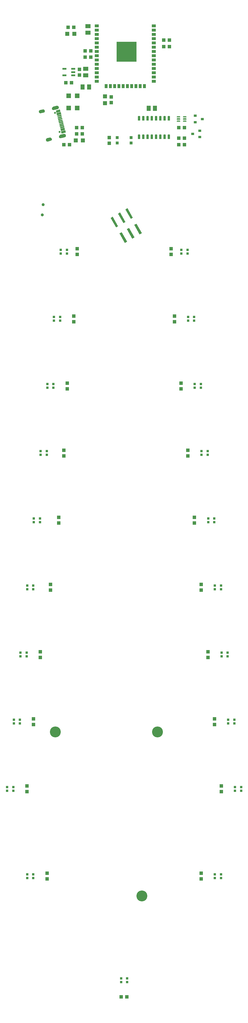
<source format=gbr>
G04 EAGLE Gerber RS-274X export*
G75*
%MOMM*%
%FSLAX34Y34*%
%LPD*%
%INSoldermask Top*%
%IPPOS*%
%AMOC8*
5,1,8,0,0,1.08239X$1,22.5*%
G01*
%ADD10R,1.000000X1.100000*%
%ADD11R,1.100000X1.000000*%
%ADD12R,1.500000X1.240000*%
%ADD13R,1.075000X1.000000*%
%ADD14R,1.240000X1.500000*%
%ADD15R,1.200000X0.550000*%
%ADD16R,0.900000X0.900000*%
%ADD17R,1.200000X1.200000*%
%ADD18R,1.000000X1.075000*%
%ADD19R,0.900000X0.800000*%
%ADD20R,1.200000X0.900000*%
%ADD21R,0.900000X1.200000*%
%ADD22R,6.000000X6.000000*%
%ADD23C,0.155000*%
%ADD24C,0.195000*%
%ADD25R,0.736600X3.251200*%
%ADD26C,0.900000*%
%ADD27R,0.700000X0.700000*%
%ADD28R,1.400000X1.400000*%
%ADD29R,0.400000X1.240000*%
%ADD30R,0.700000X1.240000*%
%ADD31C,0.600000*%
%ADD32C,3.251200*%

G36*
X-189260Y-362101D02*
X-189260Y-362101D01*
X-189256Y-362106D01*
X-188146Y-361958D01*
X-188143Y-361955D01*
X-188141Y-361957D01*
X-177467Y-359296D01*
X-177465Y-359293D01*
X-177462Y-359294D01*
X-176413Y-358903D01*
X-176409Y-358896D01*
X-176403Y-358898D01*
X-175467Y-358284D01*
X-175464Y-358276D01*
X-175459Y-358277D01*
X-174683Y-357470D01*
X-174682Y-357461D01*
X-174676Y-357461D01*
X-174099Y-356501D01*
X-174100Y-356493D01*
X-174095Y-356491D01*
X-173746Y-355427D01*
X-173748Y-355423D01*
X-173745Y-355421D01*
X-173747Y-355418D01*
X-173744Y-355416D01*
X-173641Y-354301D01*
X-173645Y-354294D01*
X-173641Y-354290D01*
X-173789Y-353180D01*
X-173794Y-353175D01*
X-173791Y-353170D01*
X-174168Y-352128D01*
X-174174Y-352123D01*
X-174172Y-352118D01*
X-174771Y-351185D01*
X-174779Y-351182D01*
X-174778Y-351176D01*
X-175570Y-350400D01*
X-175578Y-350399D01*
X-175579Y-350394D01*
X-176523Y-349813D01*
X-176531Y-349814D01*
X-176533Y-349808D01*
X-177583Y-349453D01*
X-177590Y-349455D01*
X-177593Y-349450D01*
X-178696Y-349337D01*
X-178703Y-349341D01*
X-178707Y-349337D01*
X-179807Y-349472D01*
X-179811Y-349475D01*
X-179813Y-349473D01*
X-190487Y-352134D01*
X-190489Y-352137D01*
X-190491Y-352136D01*
X-191555Y-352520D01*
X-191560Y-352527D01*
X-191565Y-352525D01*
X-192516Y-353136D01*
X-192519Y-353144D01*
X-192525Y-353143D01*
X-193317Y-353951D01*
X-193318Y-353959D01*
X-193323Y-353959D01*
X-193915Y-354923D01*
X-193915Y-354931D01*
X-193920Y-354933D01*
X-194283Y-356004D01*
X-194280Y-356012D01*
X-194285Y-356015D01*
X-194401Y-357140D01*
X-194396Y-357147D01*
X-194400Y-357151D01*
X-194263Y-358273D01*
X-194257Y-358279D01*
X-194260Y-358285D01*
X-193869Y-359334D01*
X-193862Y-359338D01*
X-193864Y-359344D01*
X-193250Y-360280D01*
X-193242Y-360282D01*
X-193243Y-360288D01*
X-192435Y-361064D01*
X-192427Y-361065D01*
X-192426Y-361070D01*
X-191467Y-361647D01*
X-191459Y-361646D01*
X-191457Y-361652D01*
X-190393Y-362000D01*
X-190385Y-361998D01*
X-190382Y-362003D01*
X-189267Y-362106D01*
X-189260Y-362101D01*
G37*
G36*
X-210186Y-278171D02*
X-210186Y-278171D01*
X-210182Y-278175D01*
X-209072Y-278027D01*
X-209069Y-278024D01*
X-209067Y-278026D01*
X-198394Y-275365D01*
X-198391Y-275362D01*
X-198388Y-275364D01*
X-197339Y-274973D01*
X-197335Y-274966D01*
X-197329Y-274968D01*
X-196393Y-274353D01*
X-196391Y-274346D01*
X-196385Y-274346D01*
X-195609Y-273539D01*
X-195608Y-273531D01*
X-195602Y-273530D01*
X-195026Y-272570D01*
X-195027Y-272562D01*
X-195021Y-272560D01*
X-194672Y-271496D01*
X-194674Y-271492D01*
X-194672Y-271491D01*
X-194674Y-271488D01*
X-194670Y-271486D01*
X-194567Y-270371D01*
X-194571Y-270364D01*
X-194567Y-270360D01*
X-194715Y-269250D01*
X-194721Y-269244D01*
X-194718Y-269239D01*
X-195108Y-268190D01*
X-195115Y-268186D01*
X-195113Y-268180D01*
X-195728Y-267244D01*
X-195736Y-267241D01*
X-195735Y-267236D01*
X-196542Y-266460D01*
X-196550Y-266459D01*
X-196551Y-266453D01*
X-197511Y-265877D01*
X-197519Y-265877D01*
X-197521Y-265872D01*
X-198585Y-265523D01*
X-198592Y-265526D01*
X-198595Y-265521D01*
X-199710Y-265418D01*
X-199713Y-265420D01*
X-199720Y-265420D01*
X-199721Y-265418D01*
X-200831Y-265566D01*
X-200833Y-265567D01*
X-200835Y-265568D01*
X-200837Y-265567D01*
X-211510Y-268228D01*
X-211513Y-268231D01*
X-211515Y-268230D01*
X-212564Y-268620D01*
X-212569Y-268627D01*
X-212574Y-268625D01*
X-213510Y-269240D01*
X-213513Y-269247D01*
X-213519Y-269247D01*
X-214294Y-270054D01*
X-214295Y-270062D01*
X-214301Y-270063D01*
X-214878Y-271023D01*
X-214877Y-271031D01*
X-214882Y-271033D01*
X-215231Y-272097D01*
X-215229Y-272102D01*
X-215232Y-272104D01*
X-215231Y-272106D01*
X-215233Y-272107D01*
X-215336Y-273222D01*
X-215332Y-273229D01*
X-215336Y-273233D01*
X-215189Y-274343D01*
X-215183Y-274349D01*
X-215186Y-274354D01*
X-214795Y-275403D01*
X-214788Y-275408D01*
X-214790Y-275413D01*
X-214176Y-276349D01*
X-214168Y-276352D01*
X-214169Y-276357D01*
X-213361Y-277133D01*
X-213353Y-277134D01*
X-213353Y-277140D01*
X-212393Y-277717D01*
X-212385Y-277716D01*
X-212383Y-277721D01*
X-211319Y-278070D01*
X-211311Y-278067D01*
X-211308Y-278072D01*
X-210193Y-278175D01*
X-210186Y-278171D01*
G37*
G36*
X-249192Y-287896D02*
X-249192Y-287896D01*
X-249188Y-287900D01*
X-248078Y-287753D01*
X-248075Y-287750D01*
X-248073Y-287752D01*
X-240310Y-285816D01*
X-240308Y-285813D01*
X-240305Y-285815D01*
X-239256Y-285424D01*
X-239252Y-285417D01*
X-239246Y-285419D01*
X-238310Y-284804D01*
X-238307Y-284797D01*
X-238302Y-284797D01*
X-237526Y-283990D01*
X-237525Y-283982D01*
X-237519Y-283981D01*
X-236943Y-283022D01*
X-236943Y-283013D01*
X-236938Y-283011D01*
X-236589Y-281948D01*
X-236592Y-281940D01*
X-236587Y-281937D01*
X-236484Y-280822D01*
X-236488Y-280815D01*
X-236484Y-280811D01*
X-236632Y-279701D01*
X-236637Y-279695D01*
X-236634Y-279690D01*
X-237025Y-278641D01*
X-237032Y-278637D01*
X-237030Y-278631D01*
X-237645Y-277695D01*
X-237652Y-277692D01*
X-237652Y-277687D01*
X-238459Y-276911D01*
X-238467Y-276910D01*
X-238468Y-276904D01*
X-239427Y-276328D01*
X-239436Y-276328D01*
X-239437Y-276323D01*
X-240501Y-275974D01*
X-240509Y-275977D01*
X-240512Y-275972D01*
X-241627Y-275869D01*
X-241634Y-275873D01*
X-241638Y-275869D01*
X-242748Y-276017D01*
X-242751Y-276020D01*
X-242753Y-276018D01*
X-250516Y-277953D01*
X-250518Y-277956D01*
X-250521Y-277955D01*
X-251570Y-278346D01*
X-251575Y-278353D01*
X-251580Y-278351D01*
X-252516Y-278965D01*
X-252519Y-278973D01*
X-252525Y-278972D01*
X-253300Y-279779D01*
X-253301Y-279788D01*
X-253307Y-279788D01*
X-253884Y-280748D01*
X-253883Y-280756D01*
X-253888Y-280758D01*
X-254237Y-281822D01*
X-254235Y-281827D01*
X-254238Y-281830D01*
X-254237Y-281831D01*
X-254239Y-281833D01*
X-254342Y-282948D01*
X-254338Y-282955D01*
X-254342Y-282959D01*
X-254195Y-284069D01*
X-254189Y-284074D01*
X-254192Y-284079D01*
X-253801Y-285128D01*
X-253794Y-285133D01*
X-253796Y-285138D01*
X-253182Y-286074D01*
X-253174Y-286077D01*
X-253175Y-286083D01*
X-252367Y-286858D01*
X-252359Y-286859D01*
X-252359Y-286865D01*
X-251399Y-287442D01*
X-251391Y-287441D01*
X-251389Y-287446D01*
X-250325Y-287795D01*
X-250317Y-287792D01*
X-250314Y-287797D01*
X-249199Y-287900D01*
X-249192Y-287896D01*
G37*
G36*
X-228266Y-371827D02*
X-228266Y-371827D01*
X-228262Y-371831D01*
X-227152Y-371683D01*
X-227149Y-371680D01*
X-227147Y-371682D01*
X-219384Y-369747D01*
X-219382Y-369744D01*
X-219379Y-369745D01*
X-218330Y-369354D01*
X-218325Y-369347D01*
X-218320Y-369349D01*
X-217384Y-368735D01*
X-217381Y-368727D01*
X-217375Y-368728D01*
X-216600Y-367921D01*
X-216599Y-367912D01*
X-216593Y-367912D01*
X-216016Y-366952D01*
X-216017Y-366944D01*
X-216012Y-366942D01*
X-215663Y-365878D01*
X-215666Y-365870D01*
X-215661Y-365867D01*
X-215558Y-364752D01*
X-215562Y-364745D01*
X-215558Y-364741D01*
X-215705Y-363631D01*
X-215711Y-363626D01*
X-215708Y-363621D01*
X-216099Y-362572D01*
X-216106Y-362567D01*
X-216104Y-362562D01*
X-216718Y-361626D01*
X-216726Y-361623D01*
X-216725Y-361617D01*
X-217533Y-360842D01*
X-217541Y-360841D01*
X-217541Y-360835D01*
X-218501Y-360258D01*
X-218509Y-360259D01*
X-218511Y-360254D01*
X-219575Y-359905D01*
X-219583Y-359908D01*
X-219586Y-359903D01*
X-220701Y-359800D01*
X-220708Y-359804D01*
X-220712Y-359800D01*
X-221822Y-359947D01*
X-221825Y-359950D01*
X-221827Y-359948D01*
X-229590Y-361884D01*
X-229592Y-361887D01*
X-229595Y-361885D01*
X-230644Y-362276D01*
X-230648Y-362283D01*
X-230654Y-362281D01*
X-231590Y-362896D01*
X-231593Y-362903D01*
X-231598Y-362903D01*
X-232374Y-363710D01*
X-232375Y-363718D01*
X-232381Y-363719D01*
X-232957Y-364678D01*
X-232957Y-364687D01*
X-232962Y-364689D01*
X-233311Y-365752D01*
X-233309Y-365758D01*
X-233312Y-365760D01*
X-233311Y-365762D01*
X-233313Y-365763D01*
X-233416Y-366878D01*
X-233412Y-366885D01*
X-233416Y-366889D01*
X-233268Y-367999D01*
X-233263Y-368005D01*
X-233266Y-368010D01*
X-232875Y-369059D01*
X-232868Y-369063D01*
X-232870Y-369069D01*
X-232255Y-370005D01*
X-232248Y-370008D01*
X-232248Y-370013D01*
X-231441Y-370789D01*
X-231433Y-370790D01*
X-231432Y-370796D01*
X-230473Y-371372D01*
X-230464Y-371372D01*
X-230463Y-371377D01*
X-229399Y-371726D01*
X-229391Y-371723D01*
X-229388Y-371728D01*
X-228273Y-371831D01*
X-228266Y-371827D01*
G37*
D10*
X270000Y-2091500D03*
X270000Y-2108500D03*
X-270000Y-2091500D03*
X-270000Y-2108500D03*
X250000Y-1891500D03*
X250000Y-1908500D03*
X-250000Y-1891500D03*
X-250000Y-1908500D03*
X230000Y-1691500D03*
X230000Y-1708500D03*
X-220000Y-1691500D03*
X-220000Y-1708500D03*
X210000Y-1491500D03*
X210000Y-1508500D03*
X-170000Y-1091500D03*
X-170000Y-1108500D03*
X-195000Y-1491500D03*
X-195000Y-1508500D03*
X190000Y-1291500D03*
X190000Y-1308500D03*
X-180000Y-1291500D03*
X-180000Y-1308500D03*
X170000Y-1091500D03*
X170000Y-1108500D03*
X150000Y-891500D03*
X150000Y-908500D03*
X-150000Y-891500D03*
X-150000Y-908500D03*
X140000Y-691500D03*
X140000Y-708500D03*
X-140000Y-691500D03*
X-140000Y-708500D03*
X-290000Y-2291500D03*
X-290000Y-2308500D03*
X290000Y-2291500D03*
X290000Y-2308500D03*
X-230000Y-2551500D03*
X-230000Y-2568500D03*
X230000Y-2551500D03*
X230000Y-2568500D03*
D11*
X-8500Y-2920000D03*
X8500Y-2920000D03*
D12*
X-114300Y-174600D03*
X-114300Y-155600D03*
D13*
X-173600Y-196850D03*
X-156600Y-196850D03*
D14*
X-104800Y-209550D03*
X-123800Y-209550D03*
D15*
X-152099Y-174600D03*
X-152099Y-165100D03*
X-152099Y-155600D03*
X-178101Y-155600D03*
X-178101Y-174600D03*
D16*
X-20500Y-376300D03*
X-20500Y-360300D03*
X20500Y-360300D03*
X20500Y-376300D03*
D17*
X-57150Y-237150D03*
X-57150Y-258150D03*
D18*
X-38100Y-239150D03*
X-38100Y-256150D03*
D14*
X92050Y-273050D03*
X73050Y-273050D03*
D19*
X204900Y-349250D03*
X225900Y-339750D03*
X225900Y-358750D03*
X233250Y-304800D03*
X212250Y-314300D03*
X212250Y-295300D03*
D18*
X-133350Y-156600D03*
X-133350Y-173600D03*
D12*
X-107950Y-47600D03*
X-107950Y-28600D03*
D20*
X-81380Y-27570D03*
X-81380Y-40270D03*
X-81380Y-52970D03*
X-81380Y-65670D03*
X-81380Y-78370D03*
X-81380Y-91070D03*
X-81380Y-103770D03*
X-81380Y-116470D03*
X-81380Y-129170D03*
X-81380Y-141870D03*
X-81380Y-154570D03*
X-81380Y-167270D03*
X-81380Y-179970D03*
X-81380Y-192670D03*
D21*
X-53380Y-206570D03*
X-40680Y-206570D03*
X-27980Y-206570D03*
X-15280Y-206570D03*
X-2580Y-206570D03*
X10120Y-206570D03*
X22820Y-206570D03*
X35520Y-206570D03*
X48220Y-206570D03*
X60920Y-206570D03*
D20*
X88620Y-192670D03*
X88620Y-179970D03*
X88620Y-167270D03*
X88620Y-154570D03*
X88620Y-141870D03*
X88620Y-129170D03*
X88620Y-116470D03*
X88620Y-103770D03*
X88620Y-91070D03*
X88620Y-78370D03*
X88620Y-65670D03*
X88620Y-52970D03*
X88620Y-40270D03*
X88620Y-27570D03*
D22*
X7020Y-104570D03*
D13*
X-99450Y-101600D03*
X-116450Y-101600D03*
X-116450Y-120650D03*
X-99450Y-120650D03*
D18*
X-44450Y-359800D03*
X-44450Y-376800D03*
D13*
X179950Y-330200D03*
X162950Y-330200D03*
X162950Y-361950D03*
X179950Y-361950D03*
X162950Y-381000D03*
X179950Y-381000D03*
D23*
X131025Y-308475D02*
X131025Y-296925D01*
X135675Y-296925D01*
X135675Y-308475D01*
X131025Y-308475D01*
X131025Y-307003D02*
X135675Y-307003D01*
X135675Y-305531D02*
X131025Y-305531D01*
X131025Y-304059D02*
X135675Y-304059D01*
X135675Y-302587D02*
X131025Y-302587D01*
X131025Y-301115D02*
X135675Y-301115D01*
X135675Y-299643D02*
X131025Y-299643D01*
X131025Y-298171D02*
X135675Y-298171D01*
X118325Y-296925D02*
X118325Y-308475D01*
X118325Y-296925D02*
X122975Y-296925D01*
X122975Y-308475D01*
X118325Y-308475D01*
X118325Y-307003D02*
X122975Y-307003D01*
X122975Y-305531D02*
X118325Y-305531D01*
X118325Y-304059D02*
X122975Y-304059D01*
X122975Y-302587D02*
X118325Y-302587D01*
X118325Y-301115D02*
X122975Y-301115D01*
X122975Y-299643D02*
X118325Y-299643D01*
X118325Y-298171D02*
X122975Y-298171D01*
X105625Y-296925D02*
X105625Y-308475D01*
X105625Y-296925D02*
X110275Y-296925D01*
X110275Y-308475D01*
X105625Y-308475D01*
X105625Y-307003D02*
X110275Y-307003D01*
X110275Y-305531D02*
X105625Y-305531D01*
X105625Y-304059D02*
X110275Y-304059D01*
X110275Y-302587D02*
X105625Y-302587D01*
X105625Y-301115D02*
X110275Y-301115D01*
X110275Y-299643D02*
X105625Y-299643D01*
X105625Y-298171D02*
X110275Y-298171D01*
X92925Y-296925D02*
X92925Y-308475D01*
X92925Y-296925D02*
X97575Y-296925D01*
X97575Y-308475D01*
X92925Y-308475D01*
X92925Y-307003D02*
X97575Y-307003D01*
X97575Y-305531D02*
X92925Y-305531D01*
X92925Y-304059D02*
X97575Y-304059D01*
X97575Y-302587D02*
X92925Y-302587D01*
X92925Y-301115D02*
X97575Y-301115D01*
X97575Y-299643D02*
X92925Y-299643D01*
X92925Y-298171D02*
X97575Y-298171D01*
X80225Y-296925D02*
X80225Y-308475D01*
X80225Y-296925D02*
X84875Y-296925D01*
X84875Y-308475D01*
X80225Y-308475D01*
X80225Y-307003D02*
X84875Y-307003D01*
X84875Y-305531D02*
X80225Y-305531D01*
X80225Y-304059D02*
X84875Y-304059D01*
X84875Y-302587D02*
X80225Y-302587D01*
X80225Y-301115D02*
X84875Y-301115D01*
X84875Y-299643D02*
X80225Y-299643D01*
X80225Y-298171D02*
X84875Y-298171D01*
X67525Y-296925D02*
X67525Y-308475D01*
X67525Y-296925D02*
X72175Y-296925D01*
X72175Y-308475D01*
X67525Y-308475D01*
X67525Y-307003D02*
X72175Y-307003D01*
X72175Y-305531D02*
X67525Y-305531D01*
X67525Y-304059D02*
X72175Y-304059D01*
X72175Y-302587D02*
X67525Y-302587D01*
X67525Y-301115D02*
X72175Y-301115D01*
X72175Y-299643D02*
X67525Y-299643D01*
X67525Y-298171D02*
X72175Y-298171D01*
X54825Y-296925D02*
X54825Y-308475D01*
X54825Y-296925D02*
X59475Y-296925D01*
X59475Y-308475D01*
X54825Y-308475D01*
X54825Y-307003D02*
X59475Y-307003D01*
X59475Y-305531D02*
X54825Y-305531D01*
X54825Y-304059D02*
X59475Y-304059D01*
X59475Y-302587D02*
X54825Y-302587D01*
X54825Y-301115D02*
X59475Y-301115D01*
X59475Y-299643D02*
X54825Y-299643D01*
X54825Y-298171D02*
X59475Y-298171D01*
X42125Y-296925D02*
X42125Y-308475D01*
X42125Y-296925D02*
X46775Y-296925D01*
X46775Y-308475D01*
X42125Y-308475D01*
X42125Y-307003D02*
X46775Y-307003D01*
X46775Y-305531D02*
X42125Y-305531D01*
X42125Y-304059D02*
X46775Y-304059D01*
X46775Y-302587D02*
X42125Y-302587D01*
X42125Y-301115D02*
X46775Y-301115D01*
X46775Y-299643D02*
X42125Y-299643D01*
X42125Y-298171D02*
X46775Y-298171D01*
X42125Y-351925D02*
X42125Y-363475D01*
X42125Y-351925D02*
X46775Y-351925D01*
X46775Y-363475D01*
X42125Y-363475D01*
X42125Y-362003D02*
X46775Y-362003D01*
X46775Y-360531D02*
X42125Y-360531D01*
X42125Y-359059D02*
X46775Y-359059D01*
X46775Y-357587D02*
X42125Y-357587D01*
X42125Y-356115D02*
X46775Y-356115D01*
X46775Y-354643D02*
X42125Y-354643D01*
X42125Y-353171D02*
X46775Y-353171D01*
X54825Y-351925D02*
X54825Y-363475D01*
X54825Y-351925D02*
X59475Y-351925D01*
X59475Y-363475D01*
X54825Y-363475D01*
X54825Y-362003D02*
X59475Y-362003D01*
X59475Y-360531D02*
X54825Y-360531D01*
X54825Y-359059D02*
X59475Y-359059D01*
X59475Y-357587D02*
X54825Y-357587D01*
X54825Y-356115D02*
X59475Y-356115D01*
X59475Y-354643D02*
X54825Y-354643D01*
X54825Y-353171D02*
X59475Y-353171D01*
X67525Y-351925D02*
X67525Y-363475D01*
X67525Y-351925D02*
X72175Y-351925D01*
X72175Y-363475D01*
X67525Y-363475D01*
X67525Y-362003D02*
X72175Y-362003D01*
X72175Y-360531D02*
X67525Y-360531D01*
X67525Y-359059D02*
X72175Y-359059D01*
X72175Y-357587D02*
X67525Y-357587D01*
X67525Y-356115D02*
X72175Y-356115D01*
X72175Y-354643D02*
X67525Y-354643D01*
X67525Y-353171D02*
X72175Y-353171D01*
X80225Y-351925D02*
X80225Y-363475D01*
X80225Y-351925D02*
X84875Y-351925D01*
X84875Y-363475D01*
X80225Y-363475D01*
X80225Y-362003D02*
X84875Y-362003D01*
X84875Y-360531D02*
X80225Y-360531D01*
X80225Y-359059D02*
X84875Y-359059D01*
X84875Y-357587D02*
X80225Y-357587D01*
X80225Y-356115D02*
X84875Y-356115D01*
X84875Y-354643D02*
X80225Y-354643D01*
X80225Y-353171D02*
X84875Y-353171D01*
X92925Y-351925D02*
X92925Y-363475D01*
X92925Y-351925D02*
X97575Y-351925D01*
X97575Y-363475D01*
X92925Y-363475D01*
X92925Y-362003D02*
X97575Y-362003D01*
X97575Y-360531D02*
X92925Y-360531D01*
X92925Y-359059D02*
X97575Y-359059D01*
X97575Y-357587D02*
X92925Y-357587D01*
X92925Y-356115D02*
X97575Y-356115D01*
X97575Y-354643D02*
X92925Y-354643D01*
X92925Y-353171D02*
X97575Y-353171D01*
X105625Y-351925D02*
X105625Y-363475D01*
X105625Y-351925D02*
X110275Y-351925D01*
X110275Y-363475D01*
X105625Y-363475D01*
X105625Y-362003D02*
X110275Y-362003D01*
X110275Y-360531D02*
X105625Y-360531D01*
X105625Y-359059D02*
X110275Y-359059D01*
X110275Y-357587D02*
X105625Y-357587D01*
X105625Y-356115D02*
X110275Y-356115D01*
X110275Y-354643D02*
X105625Y-354643D01*
X105625Y-353171D02*
X110275Y-353171D01*
X118325Y-351925D02*
X118325Y-363475D01*
X118325Y-351925D02*
X122975Y-351925D01*
X122975Y-363475D01*
X118325Y-363475D01*
X118325Y-362003D02*
X122975Y-362003D01*
X122975Y-360531D02*
X118325Y-360531D01*
X118325Y-359059D02*
X122975Y-359059D01*
X122975Y-357587D02*
X118325Y-357587D01*
X118325Y-356115D02*
X122975Y-356115D01*
X122975Y-354643D02*
X118325Y-354643D01*
X118325Y-353171D02*
X122975Y-353171D01*
X131025Y-351925D02*
X131025Y-363475D01*
X131025Y-351925D02*
X135675Y-351925D01*
X135675Y-363475D01*
X131025Y-363475D01*
X131025Y-362003D02*
X135675Y-362003D01*
X135675Y-360531D02*
X131025Y-360531D01*
X131025Y-359059D02*
X135675Y-359059D01*
X135675Y-357587D02*
X131025Y-357587D01*
X131025Y-356115D02*
X135675Y-356115D01*
X135675Y-354643D02*
X131025Y-354643D01*
X131025Y-353171D02*
X135675Y-353171D01*
D13*
X118500Y-88900D03*
X135500Y-88900D03*
X118500Y-69850D03*
X135500Y-69850D03*
D24*
X176475Y-310325D02*
X185125Y-310325D01*
X185125Y-312275D01*
X176475Y-312275D01*
X176475Y-310325D01*
X176475Y-310423D02*
X185125Y-310423D01*
X185125Y-303825D02*
X176475Y-303825D01*
X185125Y-303825D02*
X185125Y-305775D01*
X176475Y-305775D01*
X176475Y-303825D01*
X176475Y-303923D02*
X185125Y-303923D01*
X185125Y-297325D02*
X176475Y-297325D01*
X185125Y-297325D02*
X185125Y-299275D01*
X176475Y-299275D01*
X176475Y-297325D01*
X176475Y-297423D02*
X185125Y-297423D01*
X166425Y-297325D02*
X157775Y-297325D01*
X166425Y-297325D02*
X166425Y-299275D01*
X157775Y-299275D01*
X157775Y-297325D01*
X157775Y-297423D02*
X166425Y-297423D01*
X166425Y-303825D02*
X157775Y-303825D01*
X166425Y-303825D02*
X166425Y-305775D01*
X157775Y-305775D01*
X157775Y-303825D01*
X157775Y-303923D02*
X166425Y-303923D01*
X166425Y-310325D02*
X157775Y-310325D01*
X166425Y-310325D02*
X166425Y-312275D01*
X157775Y-312275D01*
X157775Y-310325D01*
X157775Y-310423D02*
X166425Y-310423D01*
D25*
G36*
X-40299Y-599667D02*
X-33920Y-595984D01*
X-17665Y-624139D01*
X-24044Y-627822D01*
X-40299Y-599667D01*
G37*
G36*
X-13629Y-645861D02*
X-7250Y-642178D01*
X9005Y-670333D01*
X2626Y-674016D01*
X-13629Y-645861D01*
G37*
G36*
X-18302Y-586967D02*
X-11923Y-583284D01*
X4332Y-611439D01*
X-2047Y-615122D01*
X-18302Y-586967D01*
G37*
G36*
X8368Y-633161D02*
X14747Y-629478D01*
X31002Y-657633D01*
X24623Y-661316D01*
X8368Y-633161D01*
G37*
G36*
X3695Y-574267D02*
X10074Y-570584D01*
X26329Y-598739D01*
X19950Y-602422D01*
X3695Y-574267D01*
G37*
G36*
X30365Y-620461D02*
X36744Y-616778D01*
X52999Y-644933D01*
X46620Y-648616D01*
X30365Y-620461D01*
G37*
D26*
X-243876Y-590239D03*
X-241264Y-560381D03*
D17*
X-143850Y-368300D03*
X-122850Y-368300D03*
D13*
X-162950Y-381000D03*
X-179950Y-381000D03*
D17*
X-169250Y-50800D03*
X-148250Y-50800D03*
D13*
X-167250Y-31750D03*
X-150250Y-31750D03*
D27*
X-189150Y-694500D03*
X-189150Y-705500D03*
X-170850Y-705500D03*
X-170850Y-694500D03*
X170850Y-694500D03*
X170850Y-705500D03*
X189150Y-705500D03*
X189150Y-694500D03*
X190850Y-894500D03*
X190850Y-905500D03*
X209150Y-905500D03*
X209150Y-894500D03*
X-229150Y-1094500D03*
X-229150Y-1105500D03*
X-210850Y-1105500D03*
X-210850Y-1094500D03*
X210850Y-1094500D03*
X210850Y-1105500D03*
X229150Y-1105500D03*
X229150Y-1094500D03*
X-249150Y-1294500D03*
X-249150Y-1305500D03*
X-230850Y-1305500D03*
X-230850Y-1294500D03*
X230850Y-1294500D03*
X230850Y-1305500D03*
X249150Y-1305500D03*
X249150Y-1294500D03*
X-269150Y-1494500D03*
X-269150Y-1505500D03*
X-250850Y-1505500D03*
X-250850Y-1494500D03*
X250850Y-1494500D03*
X250850Y-1505500D03*
X269150Y-1505500D03*
X269150Y-1494500D03*
X-289150Y-1694500D03*
X-289150Y-1705500D03*
X-270850Y-1705500D03*
X-270850Y-1694500D03*
X270850Y-1694500D03*
X270850Y-1705500D03*
X289150Y-1705500D03*
X289150Y-1694500D03*
X-309150Y-1894500D03*
X-309150Y-1905500D03*
X-290850Y-1905500D03*
X-290850Y-1894500D03*
X290850Y-1894500D03*
X290850Y-1905500D03*
X309150Y-1905500D03*
X309150Y-1894500D03*
X-329150Y-2094500D03*
X-329150Y-2105500D03*
X-310850Y-2105500D03*
X-310850Y-2094500D03*
X310850Y-2094500D03*
X310850Y-2105500D03*
X329150Y-2105500D03*
X329150Y-2094500D03*
X-349150Y-2294500D03*
X-349150Y-2305500D03*
X-330850Y-2305500D03*
X-330850Y-2294500D03*
X-209150Y-894500D03*
X-209150Y-905500D03*
X-190850Y-905500D03*
X-190850Y-894500D03*
X330850Y-2294500D03*
X330850Y-2305500D03*
X349150Y-2305500D03*
X349150Y-2294500D03*
X-289150Y-2554500D03*
X-289150Y-2565500D03*
X-270850Y-2565500D03*
X-270850Y-2554500D03*
X270850Y-2554500D03*
X270850Y-2565500D03*
X289150Y-2565500D03*
X289150Y-2554500D03*
X-9150Y-2864500D03*
X-9150Y-2875500D03*
X9150Y-2875500D03*
X9150Y-2864500D03*
D28*
X-139700Y-235500D03*
X-139700Y-272500D03*
X-165100Y-235500D03*
X-165100Y-272500D03*
D29*
G36*
X-198626Y-298819D02*
X-199594Y-294939D01*
X-187564Y-291939D01*
X-186596Y-295819D01*
X-198626Y-298819D01*
G37*
G36*
X-197416Y-303670D02*
X-198384Y-299790D01*
X-186354Y-296790D01*
X-185386Y-300670D01*
X-197416Y-303670D01*
G37*
G36*
X-196206Y-308521D02*
X-197174Y-304641D01*
X-185144Y-301641D01*
X-184176Y-305521D01*
X-196206Y-308521D01*
G37*
G36*
X-190158Y-332779D02*
X-191126Y-328899D01*
X-179096Y-325899D01*
X-178128Y-329779D01*
X-190158Y-332779D01*
G37*
G36*
X-191368Y-327927D02*
X-192336Y-324047D01*
X-180306Y-321047D01*
X-179338Y-324927D01*
X-191368Y-327927D01*
G37*
G36*
X-192578Y-323076D02*
X-193546Y-319196D01*
X-181516Y-316196D01*
X-180548Y-320076D01*
X-192578Y-323076D01*
G37*
G36*
X-194997Y-313373D02*
X-195965Y-309493D01*
X-183935Y-306493D01*
X-182967Y-310373D01*
X-194997Y-313373D01*
G37*
G36*
X-193787Y-318224D02*
X-194755Y-314344D01*
X-182725Y-311344D01*
X-181757Y-315224D01*
X-193787Y-318224D01*
G37*
D30*
G36*
X-201771Y-286204D02*
X-203464Y-279413D01*
X-191433Y-276414D01*
X-189740Y-283205D01*
X-201771Y-286204D01*
G37*
G36*
X-186288Y-348303D02*
X-187981Y-341512D01*
X-175950Y-338513D01*
X-174257Y-345304D01*
X-186288Y-348303D01*
G37*
G36*
X-199836Y-293967D02*
X-201529Y-287176D01*
X-189498Y-284177D01*
X-187805Y-290968D01*
X-199836Y-293967D01*
G37*
G36*
X-188224Y-340541D02*
X-189917Y-333750D01*
X-177886Y-330751D01*
X-176193Y-337542D01*
X-188224Y-340541D01*
G37*
D31*
X-206235Y-286906D03*
X-192252Y-342989D03*
D13*
X-141850Y-349250D03*
X-124850Y-349250D03*
X-141850Y-330200D03*
X-124850Y-330200D03*
D32*
X-205486Y-2130933D03*
X53086Y-2618867D03*
X99314Y-2130933D03*
M02*

</source>
